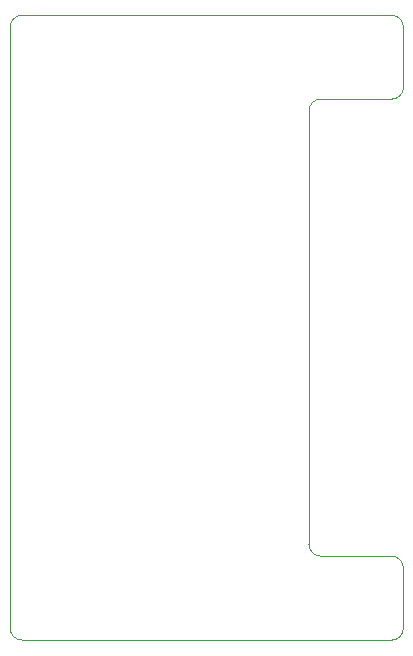
<source format=gm1>
%TF.GenerationSoftware,KiCad,Pcbnew,9.0.1*%
%TF.CreationDate,2025-05-19T12:27:27-03:00*%
%TF.ProjectId,Project_2_Breadboard_Power_Suppy,50726f6a-6563-4745-9f32-5f4272656164,rev?*%
%TF.SameCoordinates,Original*%
%TF.FileFunction,Profile,NP*%
%FSLAX46Y46*%
G04 Gerber Fmt 4.6, Leading zero omitted, Abs format (unit mm)*
G04 Created by KiCad (PCBNEW 9.0.1) date 2025-05-19 12:27:27*
%MOMM*%
%LPD*%
G01*
G04 APERTURE LIST*
%TA.AperFunction,Profile*%
%ADD10C,0.050000*%
%TD*%
G04 APERTURE END LIST*
D10*
X145300000Y-91000000D02*
X151300000Y-91000000D01*
X119000000Y-46200000D02*
G75*
G02*
X120000000Y-45200000I1000000J0D01*
G01*
X144300000Y-53300000D02*
X144300000Y-90000000D01*
X152300000Y-46200000D02*
X152300000Y-51300000D01*
X120000000Y-98100000D02*
G75*
G02*
X119000000Y-97100000I0J1000000D01*
G01*
X152300000Y-51300000D02*
G75*
G02*
X151300000Y-52300000I-1000000J0D01*
G01*
X151300000Y-98100025D02*
X120000000Y-98100025D01*
X151300000Y-91000000D02*
G75*
G02*
X152300000Y-92000000I0J-1000000D01*
G01*
X151300000Y-52300000D02*
X145300000Y-52300000D01*
X152300025Y-97100000D02*
G75*
G02*
X151300000Y-98100025I-1000025J0D01*
G01*
X151300000Y-45200000D02*
G75*
G02*
X152300000Y-46200000I0J-1000000D01*
G01*
X151300000Y-45200000D02*
X120000000Y-45200000D01*
X152300000Y-92000000D02*
X152300025Y-97100000D01*
X119000000Y-46200000D02*
X119000000Y-97100000D01*
X145300000Y-91000000D02*
G75*
G02*
X144300000Y-90000000I0J1000000D01*
G01*
X144300000Y-53300000D02*
G75*
G02*
X145300000Y-52300000I1000000J0D01*
G01*
M02*

</source>
